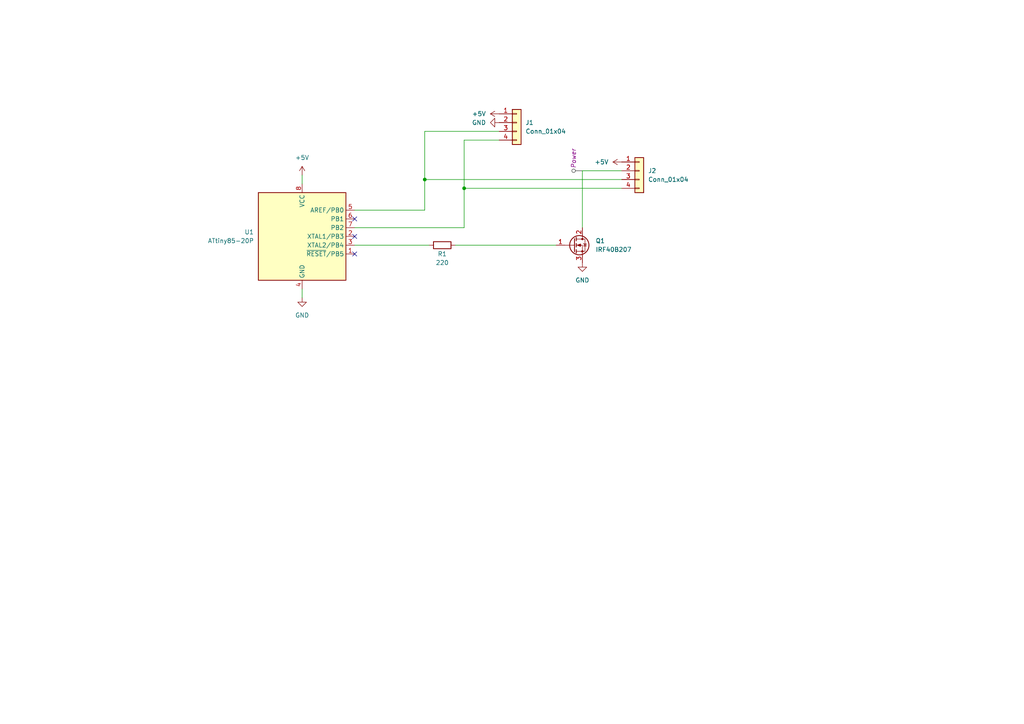
<source format=kicad_sch>
(kicad_sch (version 20230121) (generator eeschema)
  (paper "A4")
  (title_block (title "Iowa Rover Kiosk - Power Cycler Board") (date "2023-12-21") (rev "0") (company "Science Museum of Minnesota") (comment 1 "Kate Swanson"))
  (lib_symbols
    (symbol "Connector_Generic:Conn_01x04" (pin_names (offset 1.016) hide)
      (property "Reference" "J" (at 0 5.08 0))
      (property "Value" "Conn_01x04" (at 0 -7.62 0))
      (symbol "Conn_01x04_1_1"
        (rectangle (start -1.27 -4.953) (end 0 -5.207) (stroke (width 0.1524)))
        (rectangle (start -1.27 -2.413) (end 0 -2.667) (stroke (width 0.1524)))
        (rectangle (start -1.27 0.127) (end 0 -0.127) (stroke (width 0.1524)))
        (rectangle (start -1.27 2.667) (end 0 2.413) (stroke (width 0.1524)))
        (rectangle (start -1.27 3.81) (end 1.27 -6.35) (stroke (width 0.254)) (fill (type background)))
        (pin passive line (at -5.08 2.54 0) (length 3.81) (name "Pin_1") (number "1"))
        (pin passive line (at -5.08 0 0) (length 3.81) (name "Pin_2") (number "2"))
        (pin passive line (at -5.08 -2.54 0) (length 3.81) (name "Pin_3") (number "3"))
        (pin passive line (at -5.08 -5.08 0) (length 3.81) (name "Pin_4") (number "4"))
      )
    )
    (symbol "Device:R" (pin_numbers hide) (pin_names (offset 0))
      (property "Reference" "R" (at 2.032 0 90))
      (property "Value" "R" (at 0 0 90))
      (symbol "R_0_1"
        (rectangle (start -1.016 -2.54) (end 1.016 2.54) (stroke (width 0.254)))
      )
      (symbol "R_1_1"
        (pin passive line (at 0 3.81 270) (length 1.27) (name "~") (number "1"))
        (pin passive line (at 0 -3.81 90) (length 1.27) (name "~") (number "2"))
      )
    )
    (symbol "MCU_Microchip_ATtiny:ATtiny85-20P"
      (property "Reference" "U" (at -12.7 13.97 0))
      (property "Value" "ATtiny85-20P" (at 2.54 -13.97 0))
      (symbol "ATtiny85-20P_0_1"
        (rectangle (start -12.7 -12.7) (end 12.7 12.7) (stroke (width 0.254)) (fill (type background)))
      )
      (symbol "ATtiny85-20P_1_1"
        (pin bidirectional line (at 15.24 -5.08 180) (length 2.54) (name "~{RESET}/PB5") (number "1"))
        (pin bidirectional line (at 15.24 0 180) (length 2.54) (name "XTAL1/PB3") (number "2"))
        (pin bidirectional line (at 15.24 -2.54 180) (length 2.54) (name "XTAL2/PB4") (number "3"))
        (pin power_in line (at 0 -15.24 90) (length 2.54) (name "GND") (number "4"))
        (pin bidirectional line (at 15.24 7.62 180) (length 2.54) (name "AREF/PB0") (number "5"))
        (pin bidirectional line (at 15.24 5.08 180) (length 2.54) (name "PB1") (number "6"))
        (pin bidirectional line (at 15.24 2.54 180) (length 2.54) (name "PB2") (number "7"))
        (pin power_in line (at 0 15.24 270) (length 2.54) (name "VCC") (number "8"))
      )
    )
    (symbol "Transistor_FET:IRF540N" (pin_names hide)
      (property "Reference" "Q" (at 6.35 1.905 0))
      (property "Value" "IRF540N" (at 6.35 0 0))
      (symbol "IRF540N_0_1"
        (polyline (pts (xy 0.254 0) (xy -2.54 0)))
        (polyline (pts (xy 0.254 1.905) (xy 0.254 -1.905)) (stroke (width 0.254)))
        (polyline (pts (xy 0.762 -1.27) (xy 0.762 -2.286)) (stroke (width 0.254)))
        (polyline (pts (xy 0.762 0.508) (xy 0.762 -0.508)) (stroke (width 0.254)))
        (polyline (pts (xy 0.762 2.286) (xy 0.762 1.27)) (stroke (width 0.254)))
        (polyline (pts (xy 2.54 2.54) (xy 2.54 1.778)))
        (polyline (pts (xy 2.54 -2.54) (xy 2.54 0) (xy 0.762 0)))
        (polyline (pts (xy 0.762 -1.778) (xy 3.302 -1.778) (xy 3.302 1.778) (xy 0.762 1.778)))
        (polyline (pts (xy 1.016 0) (xy 2.032 0.381) (xy 2.032 -0.381) (xy 1.016 0)) (fill (type outline)))
        (polyline (pts (xy 2.794 0.508) (xy 2.921 0.381) (xy 3.683 0.381) (xy 3.81 0.254)))
        (polyline (pts (xy 3.302 0.381) (xy 2.921 -0.254) (xy 3.683 -0.254) (xy 3.302 0.381)))
        (circle (center 1.651 0) (radius 2.794) (stroke (width 0.254)))
        (circle (center 2.54 -1.778) (radius 0.254) (fill (type outline)))
        (circle (center 2.54 1.778) (radius 0.254) (fill (type outline)))
      )
      (symbol "IRF540N_1_1"
        (pin input line (at -5.08 0 0) (length 2.54) (name "G") (number "1"))
        (pin passive line (at 2.54 5.08 270) (length 2.54) (name "D") (number "2"))
        (pin passive line (at 2.54 -5.08 90) (length 2.54) (name "S") (number "3"))
      )
    )
    (symbol "power:+5V" (power) (pin_names (offset 0))
      (property "Value" "+5V" (at 0 3.556 0))
      (symbol "+5V_0_1"
        (polyline (pts (xy -0.762 1.27) (xy 0 2.54)))
        (polyline (pts (xy 0 0) (xy 0 2.54)))
        (polyline (pts (xy 0 2.54) (xy 0.762 1.27)))
      )
      (symbol "+5V_1_1"
        (pin power_in line (at 0 0 90) (length 0) hide (name "+5V") (number "1"))
      )
    )
    (symbol "power:GND" (power) (pin_names (offset 0))
      (property "Value" "GND" (at 0 -3.81 0))
      (symbol "GND_0_1"
        (polyline (pts (xy 0 0) (xy 0 -1.27) (xy 1.27 -1.27) (xy 0 -2.54) (xy -1.27 -1.27) (xy 0 -1.27)))
      )
      (symbol "GND_1_1"
        (pin power_in line (at 0 0 270) (length 0) hide (name "GND") (number "1"))
      )
    )
  )
  (junction (at 134.62 54.61))
  (junction (at 123.19 52.07))
  (no_connect (at 102.87 63.5))
  (no_connect (at 102.87 68.58))
  (no_connect (at 102.87 73.66))
  (wire (pts (xy 134.62 54.61) (xy 180.34 54.61)))
  (wire (pts (xy 102.87 60.96) (xy 123.19 60.96)))
  (wire (pts (xy 87.63 50.8) (xy 87.63 53.34)))
  (wire (pts (xy 87.63 86.36) (xy 87.63 83.82)))
  (wire (pts (xy 134.62 66.04) (xy 134.62 54.61)))
  (wire (pts (xy 168.91 49.53) (xy 168.91 66.04)))
  (wire (pts (xy 123.19 52.07) (xy 123.19 38.1)))
  (wire (pts (xy 102.87 66.04) (xy 134.62 66.04)))
  (wire (pts (xy 123.19 52.07) (xy 180.34 52.07)))
  (wire (pts (xy 132.08 71.12) (xy 161.29 71.12)))
  (wire (pts (xy 123.19 60.96) (xy 123.19 52.07)))
  (wire (pts (xy 168.91 49.53) (xy 180.34 49.53)))
  (wire (pts (xy 134.62 40.64) (xy 144.78 40.64)))
  (wire (pts (xy 123.19 38.1) (xy 144.78 38.1)))
  (wire (pts (xy 102.87 71.12) (xy 124.46 71.12)))
  (wire (pts (xy 134.62 54.61) (xy 134.62 40.64)))
  (netclass_flag "" (length 2.54) (shape round) (at 168.91 49.53 90) (property "Netclass" "Power" (at 166.37 48.8315 90) (effects (font italic) (justify left))))
  (symbol (lib_id "Connector_Generic:Conn_01x04") (at 149.86 35.56 0) (unit 1)
    (property "Reference" "J1" (at 152.4 35.56 0) (effects (justify left)))
    (property "Value" "Conn_01x04" (at 152.4 38.1 0) (effects (justify left)))
    (property "Footprint" "Connector_Molex:Molex_KK-254_AE-6410-04A_1x04_P2.54mm_Vertical" (effects hide))
  )
  (symbol (lib_id "MCU_Microchip_ATtiny:ATtiny85-20P") (at 87.63 68.58 0) (unit 1)
    (property "Reference" "U1" (at 73.66 67.31 0) (effects (justify right)))
    (property "Value" "ATtiny85-20P" (at 73.66 69.85 0) (effects (justify right)))
    (property "Footprint" "Package_DIP:DIP-8_W7.62mm" (effects hide))
    (property "Datasheet" "http://ww1.microchip.com/downloads/en/DeviceDoc/atmel-2586-avr-8-bit-microcontroller-attiny25-attiny45-attiny85_datasheet.pdf" (effects hide))
  )
  (symbol (lib_id "power:GND") (at 168.91 76.2 0) (unit 1)
    (property "Reference" "#PWR06" (effects hide))
    (property "Value" "GND" (at 168.91 81.28 0))
  )
  (symbol (lib_id "Connector_Generic:Conn_01x04") (at 185.42 49.53 0) (unit 1)
    (property "Reference" "J2" (at 187.96 49.53 0) (effects (justify left)))
    (property "Value" "Conn_01x04" (at 187.96 52.07 0) (effects (justify left)))
    (property "Footprint" "Connector_Molex:Molex_KK-254_AE-6410-04A_1x04_P2.54mm_Vertical" (effects hide))
  )
  (symbol (lib_id "power:GND") (at 87.63 86.36 0) (unit 1)
    (property "Reference" "#PWR01" (effects hide))
    (property "Value" "GND" (at 87.63 91.44 0))
  )
  (symbol (lib_id "power:+5V") (at 87.63 50.8 0) (unit 1)
    (property "Reference" "#PWR02" (effects hide))
    (property "Value" "+5V" (at 87.63 45.72 0))
  )
  (symbol (lib_id "Transistor_FET:IRF540N") (at 166.37 71.12 0) (unit 1)
    (property "Reference" "Q1" (at 172.72 69.85 0) (effects (justify left)))
    (property "Value" "IRF40B207" (at 172.72 72.39 0) (effects (justify left)))
    (property "Footprint" "Package_TO_SOT_THT:TO-220-3_Vertical" (effects hide))
    (property "Datasheet" "http://www.irf.com/product-info/datasheets/data/irf540n.pdf" (effects hide))
  )
  (symbol (lib_id "power:+5V") (at 180.34 46.99 90) (unit 1)
    (property "Reference" "#PWR05" (effects hide))
    (property "Value" "+5V" (at 176.53 46.99 90) (effects (justify left)))
  )
  (symbol (lib_id "Device:R") (at 128.27 71.12 90) (unit 1)
    (property "Reference" "R1" (at 128.27 73.66 90))
    (property "Value" "220" (at 128.27 76.2 90))
    (property "Footprint" "Resistor_THT:R_Axial_DIN0207_L6.3mm_D2.5mm_P7.62mm_Horizontal" (effects hide))
  )
  (symbol (lib_id "power:GND") (at 144.78 35.56 270) (unit 1)
    (property "Reference" "#PWR04" (effects hide))
    (property "Value" "GND" (at 140.97 35.56 90) (effects (justify right)))
  )
  (symbol (lib_id "power:+5V") (at 144.78 33.02 90) (unit 1)
    (property "Reference" "#PWR03" (effects hide))
    (property "Value" "+5V" (at 140.97 33.02 90) (effects (justify left)))
  )
)
</source>
